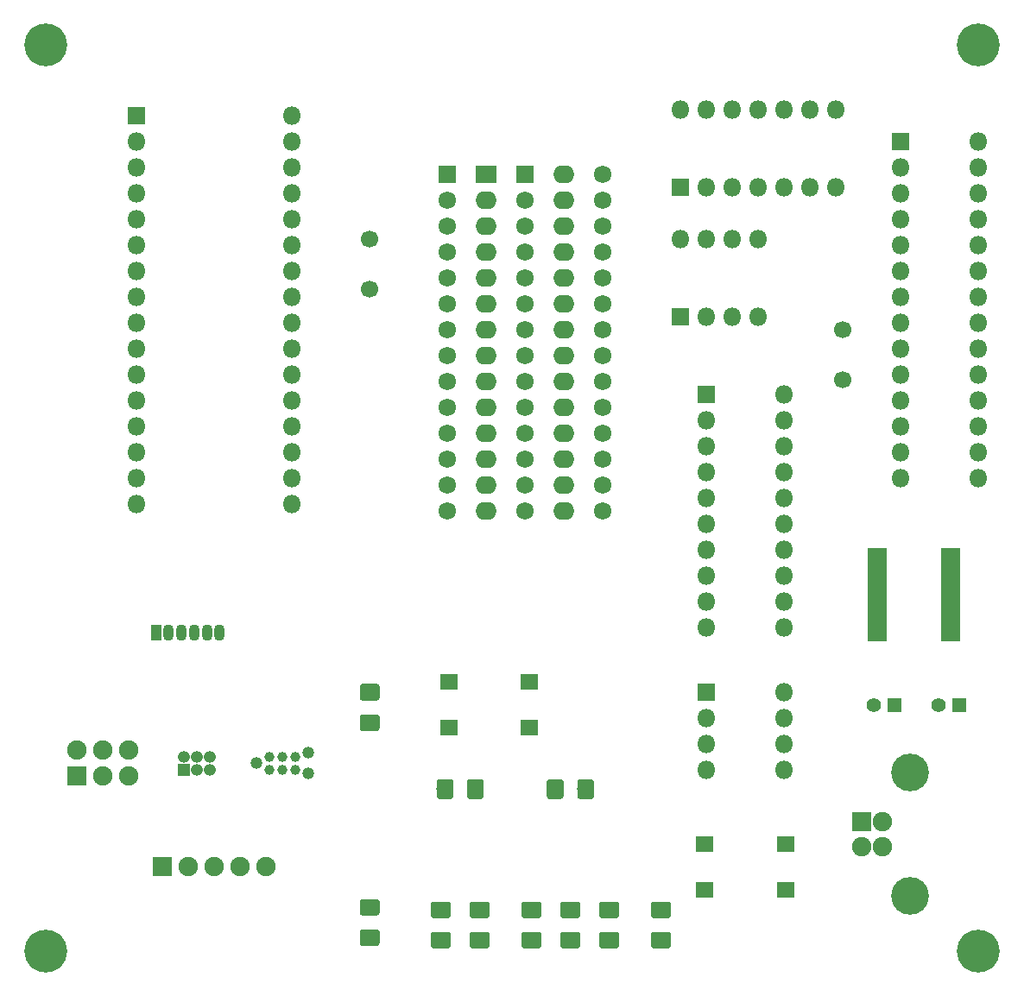
<source format=gbr>
G04 #@! TF.GenerationSoftware,KiCad,Pcbnew,(5.0.0)*
G04 #@! TF.CreationDate,2019-08-14T14:48:30-04:00*
G04 #@! TF.ProjectId,Multi Programmer,4D756C74692050726F6772616D6D6572,rev?*
G04 #@! TF.SameCoordinates,Original*
G04 #@! TF.FileFunction,Soldermask,Top*
G04 #@! TF.FilePolarity,Negative*
%FSLAX46Y46*%
G04 Gerber Fmt 4.6, Leading zero omitted, Abs format (unit mm)*
G04 Created by KiCad (PCBNEW (5.0.0)) date 08/14/19 14:48:30*
%MOMM*%
%LPD*%
G01*
G04 APERTURE LIST*
%ADD10C,1.700000*%
%ADD11R,1.800000X1.800000*%
%ADD12O,1.800000X1.800000*%
%ADD13C,0.100000*%
%ADD14C,1.625000*%
%ADD15R,1.400000X1.400000*%
%ADD16C,1.400000*%
%ADD17R,1.900000X1.900000*%
%ADD18O,1.900000X1.900000*%
%ADD19C,1.190600*%
%ADD20C,0.987400*%
%ADD21R,1.100000X1.600000*%
%ADD22O,1.100000X1.600000*%
%ADD23R,1.200000X1.200000*%
%ADD24O,1.200000X1.200000*%
%ADD25R,2.000000X1.724000*%
%ADD26O,2.100000X1.724000*%
%ADD27R,1.724000X1.724000*%
%ADD28C,1.724000*%
%ADD29C,1.900000*%
%ADD30C,3.700000*%
%ADD31R,1.950000X0.650000*%
%ADD32R,1.750000X1.500000*%
%ADD33C,4.200000*%
G04 APERTURE END LIST*
D10*
G04 #@! TO.C,Y2*
X137160000Y-73660000D03*
X137160000Y-78560000D03*
G04 #@! TD*
D11*
G04 #@! TO.C,SK4*
X167640000Y-68580000D03*
D12*
X182880000Y-60960000D03*
X170180000Y-68580000D03*
X180340000Y-60960000D03*
X172720000Y-68580000D03*
X177800000Y-60960000D03*
X175260000Y-68580000D03*
X175260000Y-60960000D03*
X177800000Y-68580000D03*
X172720000Y-60960000D03*
X180340000Y-68580000D03*
X170180000Y-60960000D03*
X182880000Y-68580000D03*
X167640000Y-60960000D03*
G04 #@! TD*
D11*
G04 #@! TO.C,SK3*
X167640000Y-81280000D03*
D12*
X175260000Y-73660000D03*
X170180000Y-81280000D03*
X172720000Y-73660000D03*
X172720000Y-81280000D03*
X170180000Y-73660000D03*
X175260000Y-81280000D03*
X167640000Y-73660000D03*
G04 #@! TD*
D13*
G04 #@! TO.C,D10*
G36*
X144862856Y-138671373D02*
X144890530Y-138675478D01*
X144917669Y-138682276D01*
X144944010Y-138691701D01*
X144969302Y-138703663D01*
X144993298Y-138718046D01*
X145015770Y-138734712D01*
X145036500Y-138753500D01*
X145055288Y-138774230D01*
X145071954Y-138796702D01*
X145086337Y-138820698D01*
X145098299Y-138845990D01*
X145107724Y-138872331D01*
X145114522Y-138899470D01*
X145118627Y-138927144D01*
X145120000Y-138955088D01*
X145120000Y-140009912D01*
X145118627Y-140037856D01*
X145114522Y-140065530D01*
X145107724Y-140092669D01*
X145098299Y-140119010D01*
X145086337Y-140144302D01*
X145071954Y-140168298D01*
X145055288Y-140190770D01*
X145036500Y-140211500D01*
X145015770Y-140230288D01*
X144993298Y-140246954D01*
X144969302Y-140261337D01*
X144944010Y-140273299D01*
X144917669Y-140282724D01*
X144890530Y-140289522D01*
X144862856Y-140293627D01*
X144834912Y-140295000D01*
X143455088Y-140295000D01*
X143427144Y-140293627D01*
X143399470Y-140289522D01*
X143372331Y-140282724D01*
X143345990Y-140273299D01*
X143320698Y-140261337D01*
X143296702Y-140246954D01*
X143274230Y-140230288D01*
X143253500Y-140211500D01*
X143234712Y-140190770D01*
X143218046Y-140168298D01*
X143203663Y-140144302D01*
X143191701Y-140119010D01*
X143182276Y-140092669D01*
X143175478Y-140065530D01*
X143171373Y-140037856D01*
X143170000Y-140009912D01*
X143170000Y-138955088D01*
X143171373Y-138927144D01*
X143175478Y-138899470D01*
X143182276Y-138872331D01*
X143191701Y-138845990D01*
X143203663Y-138820698D01*
X143218046Y-138796702D01*
X143234712Y-138774230D01*
X143253500Y-138753500D01*
X143274230Y-138734712D01*
X143296702Y-138718046D01*
X143320698Y-138703663D01*
X143345990Y-138691701D01*
X143372331Y-138682276D01*
X143399470Y-138675478D01*
X143427144Y-138671373D01*
X143455088Y-138670000D01*
X144834912Y-138670000D01*
X144862856Y-138671373D01*
X144862856Y-138671373D01*
G37*
D14*
X144145000Y-139482500D03*
D13*
G36*
X144862856Y-141646373D02*
X144890530Y-141650478D01*
X144917669Y-141657276D01*
X144944010Y-141666701D01*
X144969302Y-141678663D01*
X144993298Y-141693046D01*
X145015770Y-141709712D01*
X145036500Y-141728500D01*
X145055288Y-141749230D01*
X145071954Y-141771702D01*
X145086337Y-141795698D01*
X145098299Y-141820990D01*
X145107724Y-141847331D01*
X145114522Y-141874470D01*
X145118627Y-141902144D01*
X145120000Y-141930088D01*
X145120000Y-142984912D01*
X145118627Y-143012856D01*
X145114522Y-143040530D01*
X145107724Y-143067669D01*
X145098299Y-143094010D01*
X145086337Y-143119302D01*
X145071954Y-143143298D01*
X145055288Y-143165770D01*
X145036500Y-143186500D01*
X145015770Y-143205288D01*
X144993298Y-143221954D01*
X144969302Y-143236337D01*
X144944010Y-143248299D01*
X144917669Y-143257724D01*
X144890530Y-143264522D01*
X144862856Y-143268627D01*
X144834912Y-143270000D01*
X143455088Y-143270000D01*
X143427144Y-143268627D01*
X143399470Y-143264522D01*
X143372331Y-143257724D01*
X143345990Y-143248299D01*
X143320698Y-143236337D01*
X143296702Y-143221954D01*
X143274230Y-143205288D01*
X143253500Y-143186500D01*
X143234712Y-143165770D01*
X143218046Y-143143298D01*
X143203663Y-143119302D01*
X143191701Y-143094010D01*
X143182276Y-143067669D01*
X143175478Y-143040530D01*
X143171373Y-143012856D01*
X143170000Y-142984912D01*
X143170000Y-141930088D01*
X143171373Y-141902144D01*
X143175478Y-141874470D01*
X143182276Y-141847331D01*
X143191701Y-141820990D01*
X143203663Y-141795698D01*
X143218046Y-141771702D01*
X143234712Y-141749230D01*
X143253500Y-141728500D01*
X143274230Y-141709712D01*
X143296702Y-141693046D01*
X143320698Y-141678663D01*
X143345990Y-141666701D01*
X143372331Y-141657276D01*
X143399470Y-141650478D01*
X143427144Y-141646373D01*
X143455088Y-141645000D01*
X144834912Y-141645000D01*
X144862856Y-141646373D01*
X144862856Y-141646373D01*
G37*
D14*
X144145000Y-142457500D03*
G04 #@! TD*
D13*
G04 #@! TO.C,D9*
G36*
X148672856Y-141646373D02*
X148700530Y-141650478D01*
X148727669Y-141657276D01*
X148754010Y-141666701D01*
X148779302Y-141678663D01*
X148803298Y-141693046D01*
X148825770Y-141709712D01*
X148846500Y-141728500D01*
X148865288Y-141749230D01*
X148881954Y-141771702D01*
X148896337Y-141795698D01*
X148908299Y-141820990D01*
X148917724Y-141847331D01*
X148924522Y-141874470D01*
X148928627Y-141902144D01*
X148930000Y-141930088D01*
X148930000Y-142984912D01*
X148928627Y-143012856D01*
X148924522Y-143040530D01*
X148917724Y-143067669D01*
X148908299Y-143094010D01*
X148896337Y-143119302D01*
X148881954Y-143143298D01*
X148865288Y-143165770D01*
X148846500Y-143186500D01*
X148825770Y-143205288D01*
X148803298Y-143221954D01*
X148779302Y-143236337D01*
X148754010Y-143248299D01*
X148727669Y-143257724D01*
X148700530Y-143264522D01*
X148672856Y-143268627D01*
X148644912Y-143270000D01*
X147265088Y-143270000D01*
X147237144Y-143268627D01*
X147209470Y-143264522D01*
X147182331Y-143257724D01*
X147155990Y-143248299D01*
X147130698Y-143236337D01*
X147106702Y-143221954D01*
X147084230Y-143205288D01*
X147063500Y-143186500D01*
X147044712Y-143165770D01*
X147028046Y-143143298D01*
X147013663Y-143119302D01*
X147001701Y-143094010D01*
X146992276Y-143067669D01*
X146985478Y-143040530D01*
X146981373Y-143012856D01*
X146980000Y-142984912D01*
X146980000Y-141930088D01*
X146981373Y-141902144D01*
X146985478Y-141874470D01*
X146992276Y-141847331D01*
X147001701Y-141820990D01*
X147013663Y-141795698D01*
X147028046Y-141771702D01*
X147044712Y-141749230D01*
X147063500Y-141728500D01*
X147084230Y-141709712D01*
X147106702Y-141693046D01*
X147130698Y-141678663D01*
X147155990Y-141666701D01*
X147182331Y-141657276D01*
X147209470Y-141650478D01*
X147237144Y-141646373D01*
X147265088Y-141645000D01*
X148644912Y-141645000D01*
X148672856Y-141646373D01*
X148672856Y-141646373D01*
G37*
D14*
X147955000Y-142457500D03*
D13*
G36*
X148672856Y-138671373D02*
X148700530Y-138675478D01*
X148727669Y-138682276D01*
X148754010Y-138691701D01*
X148779302Y-138703663D01*
X148803298Y-138718046D01*
X148825770Y-138734712D01*
X148846500Y-138753500D01*
X148865288Y-138774230D01*
X148881954Y-138796702D01*
X148896337Y-138820698D01*
X148908299Y-138845990D01*
X148917724Y-138872331D01*
X148924522Y-138899470D01*
X148928627Y-138927144D01*
X148930000Y-138955088D01*
X148930000Y-140009912D01*
X148928627Y-140037856D01*
X148924522Y-140065530D01*
X148917724Y-140092669D01*
X148908299Y-140119010D01*
X148896337Y-140144302D01*
X148881954Y-140168298D01*
X148865288Y-140190770D01*
X148846500Y-140211500D01*
X148825770Y-140230288D01*
X148803298Y-140246954D01*
X148779302Y-140261337D01*
X148754010Y-140273299D01*
X148727669Y-140282724D01*
X148700530Y-140289522D01*
X148672856Y-140293627D01*
X148644912Y-140295000D01*
X147265088Y-140295000D01*
X147237144Y-140293627D01*
X147209470Y-140289522D01*
X147182331Y-140282724D01*
X147155990Y-140273299D01*
X147130698Y-140261337D01*
X147106702Y-140246954D01*
X147084230Y-140230288D01*
X147063500Y-140211500D01*
X147044712Y-140190770D01*
X147028046Y-140168298D01*
X147013663Y-140144302D01*
X147001701Y-140119010D01*
X146992276Y-140092669D01*
X146985478Y-140065530D01*
X146981373Y-140037856D01*
X146980000Y-140009912D01*
X146980000Y-138955088D01*
X146981373Y-138927144D01*
X146985478Y-138899470D01*
X146992276Y-138872331D01*
X147001701Y-138845990D01*
X147013663Y-138820698D01*
X147028046Y-138796702D01*
X147044712Y-138774230D01*
X147063500Y-138753500D01*
X147084230Y-138734712D01*
X147106702Y-138718046D01*
X147130698Y-138703663D01*
X147155990Y-138691701D01*
X147182331Y-138682276D01*
X147209470Y-138675478D01*
X147237144Y-138671373D01*
X147265088Y-138670000D01*
X148644912Y-138670000D01*
X148672856Y-138671373D01*
X148672856Y-138671373D01*
G37*
D14*
X147955000Y-139482500D03*
G04 #@! TD*
D13*
G04 #@! TO.C,D7*
G36*
X157562856Y-138671373D02*
X157590530Y-138675478D01*
X157617669Y-138682276D01*
X157644010Y-138691701D01*
X157669302Y-138703663D01*
X157693298Y-138718046D01*
X157715770Y-138734712D01*
X157736500Y-138753500D01*
X157755288Y-138774230D01*
X157771954Y-138796702D01*
X157786337Y-138820698D01*
X157798299Y-138845990D01*
X157807724Y-138872331D01*
X157814522Y-138899470D01*
X157818627Y-138927144D01*
X157820000Y-138955088D01*
X157820000Y-140009912D01*
X157818627Y-140037856D01*
X157814522Y-140065530D01*
X157807724Y-140092669D01*
X157798299Y-140119010D01*
X157786337Y-140144302D01*
X157771954Y-140168298D01*
X157755288Y-140190770D01*
X157736500Y-140211500D01*
X157715770Y-140230288D01*
X157693298Y-140246954D01*
X157669302Y-140261337D01*
X157644010Y-140273299D01*
X157617669Y-140282724D01*
X157590530Y-140289522D01*
X157562856Y-140293627D01*
X157534912Y-140295000D01*
X156155088Y-140295000D01*
X156127144Y-140293627D01*
X156099470Y-140289522D01*
X156072331Y-140282724D01*
X156045990Y-140273299D01*
X156020698Y-140261337D01*
X155996702Y-140246954D01*
X155974230Y-140230288D01*
X155953500Y-140211500D01*
X155934712Y-140190770D01*
X155918046Y-140168298D01*
X155903663Y-140144302D01*
X155891701Y-140119010D01*
X155882276Y-140092669D01*
X155875478Y-140065530D01*
X155871373Y-140037856D01*
X155870000Y-140009912D01*
X155870000Y-138955088D01*
X155871373Y-138927144D01*
X155875478Y-138899470D01*
X155882276Y-138872331D01*
X155891701Y-138845990D01*
X155903663Y-138820698D01*
X155918046Y-138796702D01*
X155934712Y-138774230D01*
X155953500Y-138753500D01*
X155974230Y-138734712D01*
X155996702Y-138718046D01*
X156020698Y-138703663D01*
X156045990Y-138691701D01*
X156072331Y-138682276D01*
X156099470Y-138675478D01*
X156127144Y-138671373D01*
X156155088Y-138670000D01*
X157534912Y-138670000D01*
X157562856Y-138671373D01*
X157562856Y-138671373D01*
G37*
D14*
X156845000Y-139482500D03*
D13*
G36*
X157562856Y-141646373D02*
X157590530Y-141650478D01*
X157617669Y-141657276D01*
X157644010Y-141666701D01*
X157669302Y-141678663D01*
X157693298Y-141693046D01*
X157715770Y-141709712D01*
X157736500Y-141728500D01*
X157755288Y-141749230D01*
X157771954Y-141771702D01*
X157786337Y-141795698D01*
X157798299Y-141820990D01*
X157807724Y-141847331D01*
X157814522Y-141874470D01*
X157818627Y-141902144D01*
X157820000Y-141930088D01*
X157820000Y-142984912D01*
X157818627Y-143012856D01*
X157814522Y-143040530D01*
X157807724Y-143067669D01*
X157798299Y-143094010D01*
X157786337Y-143119302D01*
X157771954Y-143143298D01*
X157755288Y-143165770D01*
X157736500Y-143186500D01*
X157715770Y-143205288D01*
X157693298Y-143221954D01*
X157669302Y-143236337D01*
X157644010Y-143248299D01*
X157617669Y-143257724D01*
X157590530Y-143264522D01*
X157562856Y-143268627D01*
X157534912Y-143270000D01*
X156155088Y-143270000D01*
X156127144Y-143268627D01*
X156099470Y-143264522D01*
X156072331Y-143257724D01*
X156045990Y-143248299D01*
X156020698Y-143236337D01*
X155996702Y-143221954D01*
X155974230Y-143205288D01*
X155953500Y-143186500D01*
X155934712Y-143165770D01*
X155918046Y-143143298D01*
X155903663Y-143119302D01*
X155891701Y-143094010D01*
X155882276Y-143067669D01*
X155875478Y-143040530D01*
X155871373Y-143012856D01*
X155870000Y-142984912D01*
X155870000Y-141930088D01*
X155871373Y-141902144D01*
X155875478Y-141874470D01*
X155882276Y-141847331D01*
X155891701Y-141820990D01*
X155903663Y-141795698D01*
X155918046Y-141771702D01*
X155934712Y-141749230D01*
X155953500Y-141728500D01*
X155974230Y-141709712D01*
X155996702Y-141693046D01*
X156020698Y-141678663D01*
X156045990Y-141666701D01*
X156072331Y-141657276D01*
X156099470Y-141650478D01*
X156127144Y-141646373D01*
X156155088Y-141645000D01*
X157534912Y-141645000D01*
X157562856Y-141646373D01*
X157562856Y-141646373D01*
G37*
D14*
X156845000Y-142457500D03*
G04 #@! TD*
D13*
G04 #@! TO.C,D6*
G36*
X161372856Y-141646373D02*
X161400530Y-141650478D01*
X161427669Y-141657276D01*
X161454010Y-141666701D01*
X161479302Y-141678663D01*
X161503298Y-141693046D01*
X161525770Y-141709712D01*
X161546500Y-141728500D01*
X161565288Y-141749230D01*
X161581954Y-141771702D01*
X161596337Y-141795698D01*
X161608299Y-141820990D01*
X161617724Y-141847331D01*
X161624522Y-141874470D01*
X161628627Y-141902144D01*
X161630000Y-141930088D01*
X161630000Y-142984912D01*
X161628627Y-143012856D01*
X161624522Y-143040530D01*
X161617724Y-143067669D01*
X161608299Y-143094010D01*
X161596337Y-143119302D01*
X161581954Y-143143298D01*
X161565288Y-143165770D01*
X161546500Y-143186500D01*
X161525770Y-143205288D01*
X161503298Y-143221954D01*
X161479302Y-143236337D01*
X161454010Y-143248299D01*
X161427669Y-143257724D01*
X161400530Y-143264522D01*
X161372856Y-143268627D01*
X161344912Y-143270000D01*
X159965088Y-143270000D01*
X159937144Y-143268627D01*
X159909470Y-143264522D01*
X159882331Y-143257724D01*
X159855990Y-143248299D01*
X159830698Y-143236337D01*
X159806702Y-143221954D01*
X159784230Y-143205288D01*
X159763500Y-143186500D01*
X159744712Y-143165770D01*
X159728046Y-143143298D01*
X159713663Y-143119302D01*
X159701701Y-143094010D01*
X159692276Y-143067669D01*
X159685478Y-143040530D01*
X159681373Y-143012856D01*
X159680000Y-142984912D01*
X159680000Y-141930088D01*
X159681373Y-141902144D01*
X159685478Y-141874470D01*
X159692276Y-141847331D01*
X159701701Y-141820990D01*
X159713663Y-141795698D01*
X159728046Y-141771702D01*
X159744712Y-141749230D01*
X159763500Y-141728500D01*
X159784230Y-141709712D01*
X159806702Y-141693046D01*
X159830698Y-141678663D01*
X159855990Y-141666701D01*
X159882331Y-141657276D01*
X159909470Y-141650478D01*
X159937144Y-141646373D01*
X159965088Y-141645000D01*
X161344912Y-141645000D01*
X161372856Y-141646373D01*
X161372856Y-141646373D01*
G37*
D14*
X160655000Y-142457500D03*
D13*
G36*
X161372856Y-138671373D02*
X161400530Y-138675478D01*
X161427669Y-138682276D01*
X161454010Y-138691701D01*
X161479302Y-138703663D01*
X161503298Y-138718046D01*
X161525770Y-138734712D01*
X161546500Y-138753500D01*
X161565288Y-138774230D01*
X161581954Y-138796702D01*
X161596337Y-138820698D01*
X161608299Y-138845990D01*
X161617724Y-138872331D01*
X161624522Y-138899470D01*
X161628627Y-138927144D01*
X161630000Y-138955088D01*
X161630000Y-140009912D01*
X161628627Y-140037856D01*
X161624522Y-140065530D01*
X161617724Y-140092669D01*
X161608299Y-140119010D01*
X161596337Y-140144302D01*
X161581954Y-140168298D01*
X161565288Y-140190770D01*
X161546500Y-140211500D01*
X161525770Y-140230288D01*
X161503298Y-140246954D01*
X161479302Y-140261337D01*
X161454010Y-140273299D01*
X161427669Y-140282724D01*
X161400530Y-140289522D01*
X161372856Y-140293627D01*
X161344912Y-140295000D01*
X159965088Y-140295000D01*
X159937144Y-140293627D01*
X159909470Y-140289522D01*
X159882331Y-140282724D01*
X159855990Y-140273299D01*
X159830698Y-140261337D01*
X159806702Y-140246954D01*
X159784230Y-140230288D01*
X159763500Y-140211500D01*
X159744712Y-140190770D01*
X159728046Y-140168298D01*
X159713663Y-140144302D01*
X159701701Y-140119010D01*
X159692276Y-140092669D01*
X159685478Y-140065530D01*
X159681373Y-140037856D01*
X159680000Y-140009912D01*
X159680000Y-138955088D01*
X159681373Y-138927144D01*
X159685478Y-138899470D01*
X159692276Y-138872331D01*
X159701701Y-138845990D01*
X159713663Y-138820698D01*
X159728046Y-138796702D01*
X159744712Y-138774230D01*
X159763500Y-138753500D01*
X159784230Y-138734712D01*
X159806702Y-138718046D01*
X159830698Y-138703663D01*
X159855990Y-138691701D01*
X159882331Y-138682276D01*
X159909470Y-138675478D01*
X159937144Y-138671373D01*
X159965088Y-138670000D01*
X161344912Y-138670000D01*
X161372856Y-138671373D01*
X161372856Y-138671373D01*
G37*
D14*
X160655000Y-139482500D03*
G04 #@! TD*
D13*
G04 #@! TO.C,D5*
G36*
X153752856Y-138671373D02*
X153780530Y-138675478D01*
X153807669Y-138682276D01*
X153834010Y-138691701D01*
X153859302Y-138703663D01*
X153883298Y-138718046D01*
X153905770Y-138734712D01*
X153926500Y-138753500D01*
X153945288Y-138774230D01*
X153961954Y-138796702D01*
X153976337Y-138820698D01*
X153988299Y-138845990D01*
X153997724Y-138872331D01*
X154004522Y-138899470D01*
X154008627Y-138927144D01*
X154010000Y-138955088D01*
X154010000Y-140009912D01*
X154008627Y-140037856D01*
X154004522Y-140065530D01*
X153997724Y-140092669D01*
X153988299Y-140119010D01*
X153976337Y-140144302D01*
X153961954Y-140168298D01*
X153945288Y-140190770D01*
X153926500Y-140211500D01*
X153905770Y-140230288D01*
X153883298Y-140246954D01*
X153859302Y-140261337D01*
X153834010Y-140273299D01*
X153807669Y-140282724D01*
X153780530Y-140289522D01*
X153752856Y-140293627D01*
X153724912Y-140295000D01*
X152345088Y-140295000D01*
X152317144Y-140293627D01*
X152289470Y-140289522D01*
X152262331Y-140282724D01*
X152235990Y-140273299D01*
X152210698Y-140261337D01*
X152186702Y-140246954D01*
X152164230Y-140230288D01*
X152143500Y-140211500D01*
X152124712Y-140190770D01*
X152108046Y-140168298D01*
X152093663Y-140144302D01*
X152081701Y-140119010D01*
X152072276Y-140092669D01*
X152065478Y-140065530D01*
X152061373Y-140037856D01*
X152060000Y-140009912D01*
X152060000Y-138955088D01*
X152061373Y-138927144D01*
X152065478Y-138899470D01*
X152072276Y-138872331D01*
X152081701Y-138845990D01*
X152093663Y-138820698D01*
X152108046Y-138796702D01*
X152124712Y-138774230D01*
X152143500Y-138753500D01*
X152164230Y-138734712D01*
X152186702Y-138718046D01*
X152210698Y-138703663D01*
X152235990Y-138691701D01*
X152262331Y-138682276D01*
X152289470Y-138675478D01*
X152317144Y-138671373D01*
X152345088Y-138670000D01*
X153724912Y-138670000D01*
X153752856Y-138671373D01*
X153752856Y-138671373D01*
G37*
D14*
X153035000Y-139482500D03*
D13*
G36*
X153752856Y-141646373D02*
X153780530Y-141650478D01*
X153807669Y-141657276D01*
X153834010Y-141666701D01*
X153859302Y-141678663D01*
X153883298Y-141693046D01*
X153905770Y-141709712D01*
X153926500Y-141728500D01*
X153945288Y-141749230D01*
X153961954Y-141771702D01*
X153976337Y-141795698D01*
X153988299Y-141820990D01*
X153997724Y-141847331D01*
X154004522Y-141874470D01*
X154008627Y-141902144D01*
X154010000Y-141930088D01*
X154010000Y-142984912D01*
X154008627Y-143012856D01*
X154004522Y-143040530D01*
X153997724Y-143067669D01*
X153988299Y-143094010D01*
X153976337Y-143119302D01*
X153961954Y-143143298D01*
X153945288Y-143165770D01*
X153926500Y-143186500D01*
X153905770Y-143205288D01*
X153883298Y-143221954D01*
X153859302Y-143236337D01*
X153834010Y-143248299D01*
X153807669Y-143257724D01*
X153780530Y-143264522D01*
X153752856Y-143268627D01*
X153724912Y-143270000D01*
X152345088Y-143270000D01*
X152317144Y-143268627D01*
X152289470Y-143264522D01*
X152262331Y-143257724D01*
X152235990Y-143248299D01*
X152210698Y-143236337D01*
X152186702Y-143221954D01*
X152164230Y-143205288D01*
X152143500Y-143186500D01*
X152124712Y-143165770D01*
X152108046Y-143143298D01*
X152093663Y-143119302D01*
X152081701Y-143094010D01*
X152072276Y-143067669D01*
X152065478Y-143040530D01*
X152061373Y-143012856D01*
X152060000Y-142984912D01*
X152060000Y-141930088D01*
X152061373Y-141902144D01*
X152065478Y-141874470D01*
X152072276Y-141847331D01*
X152081701Y-141820990D01*
X152093663Y-141795698D01*
X152108046Y-141771702D01*
X152124712Y-141749230D01*
X152143500Y-141728500D01*
X152164230Y-141709712D01*
X152186702Y-141693046D01*
X152210698Y-141678663D01*
X152235990Y-141666701D01*
X152262331Y-141657276D01*
X152289470Y-141650478D01*
X152317144Y-141646373D01*
X152345088Y-141645000D01*
X153724912Y-141645000D01*
X153752856Y-141646373D01*
X153752856Y-141646373D01*
G37*
D14*
X153035000Y-142457500D03*
G04 #@! TD*
D13*
G04 #@! TO.C,D4*
G36*
X137877856Y-141391371D02*
X137905530Y-141395476D01*
X137932669Y-141402274D01*
X137959010Y-141411699D01*
X137984302Y-141423661D01*
X138008298Y-141438044D01*
X138030770Y-141454710D01*
X138051500Y-141473498D01*
X138070288Y-141494228D01*
X138086954Y-141516700D01*
X138101337Y-141540696D01*
X138113299Y-141565988D01*
X138122724Y-141592329D01*
X138129522Y-141619468D01*
X138133627Y-141647142D01*
X138135000Y-141675086D01*
X138135000Y-142729910D01*
X138133627Y-142757854D01*
X138129522Y-142785528D01*
X138122724Y-142812667D01*
X138113299Y-142839008D01*
X138101337Y-142864300D01*
X138086954Y-142888296D01*
X138070288Y-142910768D01*
X138051500Y-142931498D01*
X138030770Y-142950286D01*
X138008298Y-142966952D01*
X137984302Y-142981335D01*
X137959010Y-142993297D01*
X137932669Y-143002722D01*
X137905530Y-143009520D01*
X137877856Y-143013625D01*
X137849912Y-143014998D01*
X136470088Y-143014998D01*
X136442144Y-143013625D01*
X136414470Y-143009520D01*
X136387331Y-143002722D01*
X136360990Y-142993297D01*
X136335698Y-142981335D01*
X136311702Y-142966952D01*
X136289230Y-142950286D01*
X136268500Y-142931498D01*
X136249712Y-142910768D01*
X136233046Y-142888296D01*
X136218663Y-142864300D01*
X136206701Y-142839008D01*
X136197276Y-142812667D01*
X136190478Y-142785528D01*
X136186373Y-142757854D01*
X136185000Y-142729910D01*
X136185000Y-141675086D01*
X136186373Y-141647142D01*
X136190478Y-141619468D01*
X136197276Y-141592329D01*
X136206701Y-141565988D01*
X136218663Y-141540696D01*
X136233046Y-141516700D01*
X136249712Y-141494228D01*
X136268500Y-141473498D01*
X136289230Y-141454710D01*
X136311702Y-141438044D01*
X136335698Y-141423661D01*
X136360990Y-141411699D01*
X136387331Y-141402274D01*
X136414470Y-141395476D01*
X136442144Y-141391371D01*
X136470088Y-141389998D01*
X137849912Y-141389998D01*
X137877856Y-141391371D01*
X137877856Y-141391371D01*
G37*
D14*
X137160000Y-142202498D03*
D13*
G36*
X137877856Y-138416371D02*
X137905530Y-138420476D01*
X137932669Y-138427274D01*
X137959010Y-138436699D01*
X137984302Y-138448661D01*
X138008298Y-138463044D01*
X138030770Y-138479710D01*
X138051500Y-138498498D01*
X138070288Y-138519228D01*
X138086954Y-138541700D01*
X138101337Y-138565696D01*
X138113299Y-138590988D01*
X138122724Y-138617329D01*
X138129522Y-138644468D01*
X138133627Y-138672142D01*
X138135000Y-138700086D01*
X138135000Y-139754910D01*
X138133627Y-139782854D01*
X138129522Y-139810528D01*
X138122724Y-139837667D01*
X138113299Y-139864008D01*
X138101337Y-139889300D01*
X138086954Y-139913296D01*
X138070288Y-139935768D01*
X138051500Y-139956498D01*
X138030770Y-139975286D01*
X138008298Y-139991952D01*
X137984302Y-140006335D01*
X137959010Y-140018297D01*
X137932669Y-140027722D01*
X137905530Y-140034520D01*
X137877856Y-140038625D01*
X137849912Y-140039998D01*
X136470088Y-140039998D01*
X136442144Y-140038625D01*
X136414470Y-140034520D01*
X136387331Y-140027722D01*
X136360990Y-140018297D01*
X136335698Y-140006335D01*
X136311702Y-139991952D01*
X136289230Y-139975286D01*
X136268500Y-139956498D01*
X136249712Y-139935768D01*
X136233046Y-139913296D01*
X136218663Y-139889300D01*
X136206701Y-139864008D01*
X136197276Y-139837667D01*
X136190478Y-139810528D01*
X136186373Y-139782854D01*
X136185000Y-139754910D01*
X136185000Y-138700086D01*
X136186373Y-138672142D01*
X136190478Y-138644468D01*
X136197276Y-138617329D01*
X136206701Y-138590988D01*
X136218663Y-138565696D01*
X136233046Y-138541700D01*
X136249712Y-138519228D01*
X136268500Y-138498498D01*
X136289230Y-138479710D01*
X136311702Y-138463044D01*
X136335698Y-138448661D01*
X136360990Y-138436699D01*
X136387331Y-138427274D01*
X136414470Y-138420476D01*
X136442144Y-138416371D01*
X136470088Y-138414998D01*
X137849912Y-138414998D01*
X137877856Y-138416371D01*
X137877856Y-138416371D01*
G37*
D14*
X137160000Y-139227498D03*
G04 #@! TD*
D13*
G04 #@! TO.C,D8*
G36*
X166452856Y-138671373D02*
X166480530Y-138675478D01*
X166507669Y-138682276D01*
X166534010Y-138691701D01*
X166559302Y-138703663D01*
X166583298Y-138718046D01*
X166605770Y-138734712D01*
X166626500Y-138753500D01*
X166645288Y-138774230D01*
X166661954Y-138796702D01*
X166676337Y-138820698D01*
X166688299Y-138845990D01*
X166697724Y-138872331D01*
X166704522Y-138899470D01*
X166708627Y-138927144D01*
X166710000Y-138955088D01*
X166710000Y-140009912D01*
X166708627Y-140037856D01*
X166704522Y-140065530D01*
X166697724Y-140092669D01*
X166688299Y-140119010D01*
X166676337Y-140144302D01*
X166661954Y-140168298D01*
X166645288Y-140190770D01*
X166626500Y-140211500D01*
X166605770Y-140230288D01*
X166583298Y-140246954D01*
X166559302Y-140261337D01*
X166534010Y-140273299D01*
X166507669Y-140282724D01*
X166480530Y-140289522D01*
X166452856Y-140293627D01*
X166424912Y-140295000D01*
X165045088Y-140295000D01*
X165017144Y-140293627D01*
X164989470Y-140289522D01*
X164962331Y-140282724D01*
X164935990Y-140273299D01*
X164910698Y-140261337D01*
X164886702Y-140246954D01*
X164864230Y-140230288D01*
X164843500Y-140211500D01*
X164824712Y-140190770D01*
X164808046Y-140168298D01*
X164793663Y-140144302D01*
X164781701Y-140119010D01*
X164772276Y-140092669D01*
X164765478Y-140065530D01*
X164761373Y-140037856D01*
X164760000Y-140009912D01*
X164760000Y-138955088D01*
X164761373Y-138927144D01*
X164765478Y-138899470D01*
X164772276Y-138872331D01*
X164781701Y-138845990D01*
X164793663Y-138820698D01*
X164808046Y-138796702D01*
X164824712Y-138774230D01*
X164843500Y-138753500D01*
X164864230Y-138734712D01*
X164886702Y-138718046D01*
X164910698Y-138703663D01*
X164935990Y-138691701D01*
X164962331Y-138682276D01*
X164989470Y-138675478D01*
X165017144Y-138671373D01*
X165045088Y-138670000D01*
X166424912Y-138670000D01*
X166452856Y-138671373D01*
X166452856Y-138671373D01*
G37*
D14*
X165735000Y-139482500D03*
D13*
G36*
X166452856Y-141646373D02*
X166480530Y-141650478D01*
X166507669Y-141657276D01*
X166534010Y-141666701D01*
X166559302Y-141678663D01*
X166583298Y-141693046D01*
X166605770Y-141709712D01*
X166626500Y-141728500D01*
X166645288Y-141749230D01*
X166661954Y-141771702D01*
X166676337Y-141795698D01*
X166688299Y-141820990D01*
X166697724Y-141847331D01*
X166704522Y-141874470D01*
X166708627Y-141902144D01*
X166710000Y-141930088D01*
X166710000Y-142984912D01*
X166708627Y-143012856D01*
X166704522Y-143040530D01*
X166697724Y-143067669D01*
X166688299Y-143094010D01*
X166676337Y-143119302D01*
X166661954Y-143143298D01*
X166645288Y-143165770D01*
X166626500Y-143186500D01*
X166605770Y-143205288D01*
X166583298Y-143221954D01*
X166559302Y-143236337D01*
X166534010Y-143248299D01*
X166507669Y-143257724D01*
X166480530Y-143264522D01*
X166452856Y-143268627D01*
X166424912Y-143270000D01*
X165045088Y-143270000D01*
X165017144Y-143268627D01*
X164989470Y-143264522D01*
X164962331Y-143257724D01*
X164935990Y-143248299D01*
X164910698Y-143236337D01*
X164886702Y-143221954D01*
X164864230Y-143205288D01*
X164843500Y-143186500D01*
X164824712Y-143165770D01*
X164808046Y-143143298D01*
X164793663Y-143119302D01*
X164781701Y-143094010D01*
X164772276Y-143067669D01*
X164765478Y-143040530D01*
X164761373Y-143012856D01*
X164760000Y-142984912D01*
X164760000Y-141930088D01*
X164761373Y-141902144D01*
X164765478Y-141874470D01*
X164772276Y-141847331D01*
X164781701Y-141820990D01*
X164793663Y-141795698D01*
X164808046Y-141771702D01*
X164824712Y-141749230D01*
X164843500Y-141728500D01*
X164864230Y-141709712D01*
X164886702Y-141693046D01*
X164910698Y-141678663D01*
X164935990Y-141666701D01*
X164962331Y-141657276D01*
X164989470Y-141650478D01*
X165017144Y-141646373D01*
X165045088Y-141645000D01*
X166424912Y-141645000D01*
X166452856Y-141646373D01*
X166452856Y-141646373D01*
G37*
D14*
X165735000Y-142457500D03*
G04 #@! TD*
D13*
G04 #@! TO.C,D2*
G36*
X137877856Y-120301373D02*
X137905530Y-120305478D01*
X137932669Y-120312276D01*
X137959010Y-120321701D01*
X137984302Y-120333663D01*
X138008298Y-120348046D01*
X138030770Y-120364712D01*
X138051500Y-120383500D01*
X138070288Y-120404230D01*
X138086954Y-120426702D01*
X138101337Y-120450698D01*
X138113299Y-120475990D01*
X138122724Y-120502331D01*
X138129522Y-120529470D01*
X138133627Y-120557144D01*
X138135000Y-120585088D01*
X138135000Y-121639912D01*
X138133627Y-121667856D01*
X138129522Y-121695530D01*
X138122724Y-121722669D01*
X138113299Y-121749010D01*
X138101337Y-121774302D01*
X138086954Y-121798298D01*
X138070288Y-121820770D01*
X138051500Y-121841500D01*
X138030770Y-121860288D01*
X138008298Y-121876954D01*
X137984302Y-121891337D01*
X137959010Y-121903299D01*
X137932669Y-121912724D01*
X137905530Y-121919522D01*
X137877856Y-121923627D01*
X137849912Y-121925000D01*
X136470088Y-121925000D01*
X136442144Y-121923627D01*
X136414470Y-121919522D01*
X136387331Y-121912724D01*
X136360990Y-121903299D01*
X136335698Y-121891337D01*
X136311702Y-121876954D01*
X136289230Y-121860288D01*
X136268500Y-121841500D01*
X136249712Y-121820770D01*
X136233046Y-121798298D01*
X136218663Y-121774302D01*
X136206701Y-121749010D01*
X136197276Y-121722669D01*
X136190478Y-121695530D01*
X136186373Y-121667856D01*
X136185000Y-121639912D01*
X136185000Y-120585088D01*
X136186373Y-120557144D01*
X136190478Y-120529470D01*
X136197276Y-120502331D01*
X136206701Y-120475990D01*
X136218663Y-120450698D01*
X136233046Y-120426702D01*
X136249712Y-120404230D01*
X136268500Y-120383500D01*
X136289230Y-120364712D01*
X136311702Y-120348046D01*
X136335698Y-120333663D01*
X136360990Y-120321701D01*
X136387331Y-120312276D01*
X136414470Y-120305478D01*
X136442144Y-120301373D01*
X136470088Y-120300000D01*
X137849912Y-120300000D01*
X137877856Y-120301373D01*
X137877856Y-120301373D01*
G37*
D14*
X137160000Y-121112500D03*
D13*
G36*
X137877856Y-117326373D02*
X137905530Y-117330478D01*
X137932669Y-117337276D01*
X137959010Y-117346701D01*
X137984302Y-117358663D01*
X138008298Y-117373046D01*
X138030770Y-117389712D01*
X138051500Y-117408500D01*
X138070288Y-117429230D01*
X138086954Y-117451702D01*
X138101337Y-117475698D01*
X138113299Y-117500990D01*
X138122724Y-117527331D01*
X138129522Y-117554470D01*
X138133627Y-117582144D01*
X138135000Y-117610088D01*
X138135000Y-118664912D01*
X138133627Y-118692856D01*
X138129522Y-118720530D01*
X138122724Y-118747669D01*
X138113299Y-118774010D01*
X138101337Y-118799302D01*
X138086954Y-118823298D01*
X138070288Y-118845770D01*
X138051500Y-118866500D01*
X138030770Y-118885288D01*
X138008298Y-118901954D01*
X137984302Y-118916337D01*
X137959010Y-118928299D01*
X137932669Y-118937724D01*
X137905530Y-118944522D01*
X137877856Y-118948627D01*
X137849912Y-118950000D01*
X136470088Y-118950000D01*
X136442144Y-118948627D01*
X136414470Y-118944522D01*
X136387331Y-118937724D01*
X136360990Y-118928299D01*
X136335698Y-118916337D01*
X136311702Y-118901954D01*
X136289230Y-118885288D01*
X136268500Y-118866500D01*
X136249712Y-118845770D01*
X136233046Y-118823298D01*
X136218663Y-118799302D01*
X136206701Y-118774010D01*
X136197276Y-118747669D01*
X136190478Y-118720530D01*
X136186373Y-118692856D01*
X136185000Y-118664912D01*
X136185000Y-117610088D01*
X136186373Y-117582144D01*
X136190478Y-117554470D01*
X136197276Y-117527331D01*
X136206701Y-117500990D01*
X136218663Y-117475698D01*
X136233046Y-117451702D01*
X136249712Y-117429230D01*
X136268500Y-117408500D01*
X136289230Y-117389712D01*
X136311702Y-117373046D01*
X136335698Y-117358663D01*
X136360990Y-117346701D01*
X136387331Y-117337276D01*
X136414470Y-117330478D01*
X136442144Y-117326373D01*
X136470088Y-117325000D01*
X137849912Y-117325000D01*
X137877856Y-117326373D01*
X137877856Y-117326373D01*
G37*
D14*
X137160000Y-118137500D03*
G04 #@! TD*
D13*
G04 #@! TO.C,D3*
G36*
X145117856Y-126661373D02*
X145145530Y-126665478D01*
X145172669Y-126672276D01*
X145199010Y-126681701D01*
X145224302Y-126693663D01*
X145248298Y-126708046D01*
X145270770Y-126724712D01*
X145291500Y-126743500D01*
X145310288Y-126764230D01*
X145326954Y-126786702D01*
X145341337Y-126810698D01*
X145353299Y-126835990D01*
X145362724Y-126862331D01*
X145369522Y-126889470D01*
X145373627Y-126917144D01*
X145375000Y-126945088D01*
X145375000Y-128324912D01*
X145373627Y-128352856D01*
X145369522Y-128380530D01*
X145362724Y-128407669D01*
X145353299Y-128434010D01*
X145341337Y-128459302D01*
X145326954Y-128483298D01*
X145310288Y-128505770D01*
X145291500Y-128526500D01*
X145270770Y-128545288D01*
X145248298Y-128561954D01*
X145224302Y-128576337D01*
X145199010Y-128588299D01*
X145172669Y-128597724D01*
X145145530Y-128604522D01*
X145117856Y-128608627D01*
X145089912Y-128610000D01*
X144035088Y-128610000D01*
X144007144Y-128608627D01*
X143979470Y-128604522D01*
X143952331Y-128597724D01*
X143925990Y-128588299D01*
X143900698Y-128576337D01*
X143876702Y-128561954D01*
X143854230Y-128545288D01*
X143833500Y-128526500D01*
X143814712Y-128505770D01*
X143798046Y-128483298D01*
X143783663Y-128459302D01*
X143771701Y-128434010D01*
X143762276Y-128407669D01*
X143755478Y-128380530D01*
X143751373Y-128352856D01*
X143750000Y-128324912D01*
X143750000Y-126945088D01*
X143751373Y-126917144D01*
X143755478Y-126889470D01*
X143762276Y-126862331D01*
X143771701Y-126835990D01*
X143783663Y-126810698D01*
X143798046Y-126786702D01*
X143814712Y-126764230D01*
X143833500Y-126743500D01*
X143854230Y-126724712D01*
X143876702Y-126708046D01*
X143900698Y-126693663D01*
X143925990Y-126681701D01*
X143952331Y-126672276D01*
X143979470Y-126665478D01*
X144007144Y-126661373D01*
X144035088Y-126660000D01*
X145089912Y-126660000D01*
X145117856Y-126661373D01*
X145117856Y-126661373D01*
G37*
D14*
X144562500Y-127635000D03*
D13*
G36*
X148092856Y-126661373D02*
X148120530Y-126665478D01*
X148147669Y-126672276D01*
X148174010Y-126681701D01*
X148199302Y-126693663D01*
X148223298Y-126708046D01*
X148245770Y-126724712D01*
X148266500Y-126743500D01*
X148285288Y-126764230D01*
X148301954Y-126786702D01*
X148316337Y-126810698D01*
X148328299Y-126835990D01*
X148337724Y-126862331D01*
X148344522Y-126889470D01*
X148348627Y-126917144D01*
X148350000Y-126945088D01*
X148350000Y-128324912D01*
X148348627Y-128352856D01*
X148344522Y-128380530D01*
X148337724Y-128407669D01*
X148328299Y-128434010D01*
X148316337Y-128459302D01*
X148301954Y-128483298D01*
X148285288Y-128505770D01*
X148266500Y-128526500D01*
X148245770Y-128545288D01*
X148223298Y-128561954D01*
X148199302Y-128576337D01*
X148174010Y-128588299D01*
X148147669Y-128597724D01*
X148120530Y-128604522D01*
X148092856Y-128608627D01*
X148064912Y-128610000D01*
X147010088Y-128610000D01*
X146982144Y-128608627D01*
X146954470Y-128604522D01*
X146927331Y-128597724D01*
X146900990Y-128588299D01*
X146875698Y-128576337D01*
X146851702Y-128561954D01*
X146829230Y-128545288D01*
X146808500Y-128526500D01*
X146789712Y-128505770D01*
X146773046Y-128483298D01*
X146758663Y-128459302D01*
X146746701Y-128434010D01*
X146737276Y-128407669D01*
X146730478Y-128380530D01*
X146726373Y-128352856D01*
X146725000Y-128324912D01*
X146725000Y-126945088D01*
X146726373Y-126917144D01*
X146730478Y-126889470D01*
X146737276Y-126862331D01*
X146746701Y-126835990D01*
X146758663Y-126810698D01*
X146773046Y-126786702D01*
X146789712Y-126764230D01*
X146808500Y-126743500D01*
X146829230Y-126724712D01*
X146851702Y-126708046D01*
X146875698Y-126693663D01*
X146900990Y-126681701D01*
X146927331Y-126672276D01*
X146954470Y-126665478D01*
X146982144Y-126661373D01*
X147010088Y-126660000D01*
X148064912Y-126660000D01*
X148092856Y-126661373D01*
X148092856Y-126661373D01*
G37*
D14*
X147537500Y-127635000D03*
G04 #@! TD*
D13*
G04 #@! TO.C,D1*
G36*
X158887856Y-126661373D02*
X158915530Y-126665478D01*
X158942669Y-126672276D01*
X158969010Y-126681701D01*
X158994302Y-126693663D01*
X159018298Y-126708046D01*
X159040770Y-126724712D01*
X159061500Y-126743500D01*
X159080288Y-126764230D01*
X159096954Y-126786702D01*
X159111337Y-126810698D01*
X159123299Y-126835990D01*
X159132724Y-126862331D01*
X159139522Y-126889470D01*
X159143627Y-126917144D01*
X159145000Y-126945088D01*
X159145000Y-128324912D01*
X159143627Y-128352856D01*
X159139522Y-128380530D01*
X159132724Y-128407669D01*
X159123299Y-128434010D01*
X159111337Y-128459302D01*
X159096954Y-128483298D01*
X159080288Y-128505770D01*
X159061500Y-128526500D01*
X159040770Y-128545288D01*
X159018298Y-128561954D01*
X158994302Y-128576337D01*
X158969010Y-128588299D01*
X158942669Y-128597724D01*
X158915530Y-128604522D01*
X158887856Y-128608627D01*
X158859912Y-128610000D01*
X157805088Y-128610000D01*
X157777144Y-128608627D01*
X157749470Y-128604522D01*
X157722331Y-128597724D01*
X157695990Y-128588299D01*
X157670698Y-128576337D01*
X157646702Y-128561954D01*
X157624230Y-128545288D01*
X157603500Y-128526500D01*
X157584712Y-128505770D01*
X157568046Y-128483298D01*
X157553663Y-128459302D01*
X157541701Y-128434010D01*
X157532276Y-128407669D01*
X157525478Y-128380530D01*
X157521373Y-128352856D01*
X157520000Y-128324912D01*
X157520000Y-126945088D01*
X157521373Y-126917144D01*
X157525478Y-126889470D01*
X157532276Y-126862331D01*
X157541701Y-126835990D01*
X157553663Y-126810698D01*
X157568046Y-126786702D01*
X157584712Y-126764230D01*
X157603500Y-126743500D01*
X157624230Y-126724712D01*
X157646702Y-126708046D01*
X157670698Y-126693663D01*
X157695990Y-126681701D01*
X157722331Y-126672276D01*
X157749470Y-126665478D01*
X157777144Y-126661373D01*
X157805088Y-126660000D01*
X158859912Y-126660000D01*
X158887856Y-126661373D01*
X158887856Y-126661373D01*
G37*
D14*
X158332500Y-127635000D03*
D13*
G36*
X155912856Y-126661373D02*
X155940530Y-126665478D01*
X155967669Y-126672276D01*
X155994010Y-126681701D01*
X156019302Y-126693663D01*
X156043298Y-126708046D01*
X156065770Y-126724712D01*
X156086500Y-126743500D01*
X156105288Y-126764230D01*
X156121954Y-126786702D01*
X156136337Y-126810698D01*
X156148299Y-126835990D01*
X156157724Y-126862331D01*
X156164522Y-126889470D01*
X156168627Y-126917144D01*
X156170000Y-126945088D01*
X156170000Y-128324912D01*
X156168627Y-128352856D01*
X156164522Y-128380530D01*
X156157724Y-128407669D01*
X156148299Y-128434010D01*
X156136337Y-128459302D01*
X156121954Y-128483298D01*
X156105288Y-128505770D01*
X156086500Y-128526500D01*
X156065770Y-128545288D01*
X156043298Y-128561954D01*
X156019302Y-128576337D01*
X155994010Y-128588299D01*
X155967669Y-128597724D01*
X155940530Y-128604522D01*
X155912856Y-128608627D01*
X155884912Y-128610000D01*
X154830088Y-128610000D01*
X154802144Y-128608627D01*
X154774470Y-128604522D01*
X154747331Y-128597724D01*
X154720990Y-128588299D01*
X154695698Y-128576337D01*
X154671702Y-128561954D01*
X154649230Y-128545288D01*
X154628500Y-128526500D01*
X154609712Y-128505770D01*
X154593046Y-128483298D01*
X154578663Y-128459302D01*
X154566701Y-128434010D01*
X154557276Y-128407669D01*
X154550478Y-128380530D01*
X154546373Y-128352856D01*
X154545000Y-128324912D01*
X154545000Y-126945088D01*
X154546373Y-126917144D01*
X154550478Y-126889470D01*
X154557276Y-126862331D01*
X154566701Y-126835990D01*
X154578663Y-126810698D01*
X154593046Y-126786702D01*
X154609712Y-126764230D01*
X154628500Y-126743500D01*
X154649230Y-126724712D01*
X154671702Y-126708046D01*
X154695698Y-126693663D01*
X154720990Y-126681701D01*
X154747331Y-126672276D01*
X154774470Y-126665478D01*
X154802144Y-126661373D01*
X154830088Y-126660000D01*
X155884912Y-126660000D01*
X155912856Y-126661373D01*
X155912856Y-126661373D01*
G37*
D14*
X155357500Y-127635000D03*
G04 #@! TD*
D15*
G04 #@! TO.C,C16*
X194945000Y-119380000D03*
D16*
X192945000Y-119380000D03*
G04 #@! TD*
D11*
G04 #@! TO.C,U4*
X170180000Y-118110000D03*
D12*
X177800000Y-125730000D03*
X170180000Y-120650000D03*
X177800000Y-123190000D03*
X170180000Y-123190000D03*
X177800000Y-120650000D03*
X170180000Y-125730000D03*
X177800000Y-118110000D03*
G04 #@! TD*
D15*
G04 #@! TO.C,C15*
X188595000Y-119380000D03*
D16*
X186595000Y-119380000D03*
G04 #@! TD*
D17*
G04 #@! TO.C,J2*
X116870000Y-135230000D03*
D18*
X119410000Y-135230000D03*
X121950000Y-135230000D03*
X124490000Y-135230000D03*
X127030000Y-135230000D03*
G04 #@! TD*
D19*
G04 #@! TO.C,H4*
X131127500Y-124074000D03*
X131127500Y-126106000D03*
X126047500Y-125090000D03*
D20*
X127317500Y-125725000D03*
X127317500Y-124455000D03*
X128587500Y-125725000D03*
X128587500Y-124455000D03*
X129857500Y-125725000D03*
X129857500Y-124455000D03*
G04 #@! TD*
D21*
G04 #@! TO.C,H3*
X116205000Y-112260000D03*
D22*
X117455000Y-112260000D03*
X118705000Y-112260000D03*
X119955000Y-112260000D03*
X121205000Y-112260000D03*
X122455000Y-112260000D03*
G04 #@! TD*
D23*
G04 #@! TO.C,H2*
X118930000Y-125715000D03*
D24*
X118930000Y-124445000D03*
X120200000Y-125715000D03*
X120200000Y-124445000D03*
X121470000Y-125715000D03*
X121470000Y-124445000D03*
G04 #@! TD*
D17*
G04 #@! TO.C,H1*
X108472500Y-126365000D03*
D18*
X108472500Y-123825000D03*
X111012500Y-126365000D03*
X111012500Y-123825000D03*
X113552500Y-126365000D03*
X113552500Y-123825000D03*
G04 #@! TD*
D25*
G04 #@! TO.C,SK2*
X148590000Y-67310000D03*
D26*
X156210000Y-100330000D03*
X148590000Y-69850000D03*
X156210000Y-97790000D03*
X148590000Y-72390000D03*
X156210000Y-95250000D03*
X148590000Y-74930000D03*
X156210000Y-92710000D03*
X148590000Y-77470000D03*
X156210000Y-90170000D03*
X148590000Y-80010000D03*
X156210000Y-87630000D03*
X148590000Y-82550000D03*
X156210000Y-85090000D03*
X148590000Y-85090000D03*
X156210000Y-82550000D03*
X148590000Y-87630000D03*
X156210000Y-80010000D03*
X148590000Y-90170000D03*
X156210000Y-77470000D03*
X148590000Y-92710000D03*
X156210000Y-74930000D03*
X148590000Y-95250000D03*
X156210000Y-72390000D03*
X148590000Y-97790000D03*
X156210000Y-69850000D03*
X148590000Y-100330000D03*
X156210000Y-67310000D03*
D27*
X152400000Y-67310000D03*
D28*
X152400000Y-69850000D03*
X152400000Y-72390000D03*
X152400000Y-74930000D03*
X152400000Y-77470000D03*
X152400000Y-80010000D03*
X152400000Y-82550000D03*
X152400000Y-85090000D03*
X152400000Y-87630000D03*
X152400000Y-90170000D03*
X152400000Y-92710000D03*
X152400000Y-95250000D03*
X152400000Y-97790000D03*
X152400000Y-100330000D03*
X160020000Y-67310000D03*
X160020000Y-69850000D03*
X160020000Y-72390000D03*
X160020000Y-74930000D03*
X160020000Y-77470000D03*
X160020000Y-80010000D03*
X160020000Y-82550000D03*
X160020000Y-85090000D03*
X160020000Y-87630000D03*
X160020000Y-90170000D03*
X160020000Y-92710000D03*
X160020000Y-95250000D03*
X160020000Y-97790000D03*
X160020000Y-100330000D03*
D27*
X144780000Y-67310000D03*
D28*
X144780000Y-69850000D03*
X144780000Y-72390000D03*
X144780000Y-74930000D03*
X144780000Y-77470000D03*
X144780000Y-80010000D03*
X144780000Y-82550000D03*
X144780000Y-85090000D03*
X144780000Y-87630000D03*
X144780000Y-90170000D03*
X144780000Y-92710000D03*
X144780000Y-95250000D03*
X144780000Y-97790000D03*
X144780000Y-100330000D03*
G04 #@! TD*
D17*
G04 #@! TO.C,J1*
X185420000Y-130810000D03*
D29*
X185420000Y-133310000D03*
X187420000Y-133310000D03*
X187420000Y-130810000D03*
D30*
X190130000Y-126040000D03*
X190130000Y-138080000D03*
G04 #@! TD*
D11*
G04 #@! TO.C,U1*
X170180000Y-88900000D03*
D12*
X177800000Y-111760000D03*
X170180000Y-91440000D03*
X177800000Y-109220000D03*
X170180000Y-93980000D03*
X177800000Y-106680000D03*
X170180000Y-96520000D03*
X177800000Y-104140000D03*
X170180000Y-99060000D03*
X177800000Y-101600000D03*
X170180000Y-101600000D03*
X177800000Y-99060000D03*
X170180000Y-104140000D03*
X177800000Y-96520000D03*
X170180000Y-106680000D03*
X177800000Y-93980000D03*
X170180000Y-109220000D03*
X177800000Y-91440000D03*
X170180000Y-111760000D03*
X177800000Y-88900000D03*
G04 #@! TD*
D11*
G04 #@! TO.C,SK1*
X114300000Y-61595000D03*
D12*
X129540000Y-99695000D03*
X114300000Y-64135000D03*
X129540000Y-97155000D03*
X114300000Y-66675000D03*
X129540000Y-94615000D03*
X114300000Y-69215000D03*
X129540000Y-92075000D03*
X114300000Y-71755000D03*
X129540000Y-89535000D03*
X114300000Y-74295000D03*
X129540000Y-86995000D03*
X114300000Y-76835000D03*
X129540000Y-84455000D03*
X114300000Y-79375000D03*
X129540000Y-81915000D03*
X114300000Y-81915000D03*
X129540000Y-79375000D03*
X114300000Y-84455000D03*
X129540000Y-76835000D03*
X114300000Y-86995000D03*
X129540000Y-74295000D03*
X114300000Y-89535000D03*
X129540000Y-71755000D03*
X114300000Y-92075000D03*
X129540000Y-69215000D03*
X114300000Y-94615000D03*
X129540000Y-66675000D03*
X114300000Y-97155000D03*
X129540000Y-64135000D03*
X114300000Y-99695000D03*
X129540000Y-61595000D03*
G04 #@! TD*
D31*
G04 #@! TO.C,U2*
X186900000Y-104360000D03*
X186900000Y-105010000D03*
X186900000Y-105660000D03*
X186900000Y-106310000D03*
X186900000Y-106960000D03*
X186900000Y-107610000D03*
X186900000Y-108260000D03*
X186900000Y-108910000D03*
X186900000Y-109560000D03*
X186900000Y-110210000D03*
X186900000Y-110860000D03*
X186900000Y-111510000D03*
X186900000Y-112160000D03*
X186900000Y-112810000D03*
X194100000Y-112810000D03*
X194100000Y-112160000D03*
X194100000Y-111510000D03*
X194100000Y-110860000D03*
X194100000Y-110210000D03*
X194100000Y-109560000D03*
X194100000Y-108910000D03*
X194100000Y-108260000D03*
X194100000Y-107610000D03*
X194100000Y-106960000D03*
X194100000Y-106310000D03*
X194100000Y-105660000D03*
X194100000Y-105010000D03*
X194100000Y-104360000D03*
G04 #@! TD*
D32*
G04 #@! TO.C,SW2*
X152855397Y-121630000D03*
X144905397Y-121630000D03*
X152855397Y-117130000D03*
X144905397Y-117130000D03*
G04 #@! TD*
G04 #@! TO.C,SW1*
X177965000Y-137505000D03*
X170015000Y-137505000D03*
X177965000Y-133005000D03*
X170015000Y-133005000D03*
G04 #@! TD*
D33*
G04 #@! TO.C,MH3*
X196850000Y-143510000D03*
G04 #@! TD*
G04 #@! TO.C,MH4*
X105410000Y-143510000D03*
G04 #@! TD*
G04 #@! TO.C,MH2*
X196850000Y-54610000D03*
G04 #@! TD*
G04 #@! TO.C,MH1*
X105410000Y-54610000D03*
G04 #@! TD*
D10*
G04 #@! TO.C,Y1*
X183515000Y-87450000D03*
X183515000Y-82550000D03*
G04 #@! TD*
D12*
G04 #@! TO.C,U3*
X196850000Y-64135000D03*
X189230000Y-97155000D03*
X196850000Y-66675000D03*
X189230000Y-94615000D03*
X196850000Y-69215000D03*
X189230000Y-92075000D03*
X196850000Y-71755000D03*
X189230000Y-89535000D03*
X196850000Y-74295000D03*
X189230000Y-86995000D03*
X196850000Y-76835000D03*
X189230000Y-84455000D03*
X196850000Y-79375000D03*
X189230000Y-81915000D03*
X196850000Y-81915000D03*
X189230000Y-79375000D03*
X196850000Y-84455000D03*
X189230000Y-76835000D03*
X196850000Y-86995000D03*
X189230000Y-74295000D03*
X196850000Y-89535000D03*
X189230000Y-71755000D03*
X196850000Y-92075000D03*
X189230000Y-69215000D03*
X196850000Y-94615000D03*
X189230000Y-66675000D03*
X196850000Y-97155000D03*
D11*
X189230000Y-64135000D03*
G04 #@! TD*
M02*

</source>
